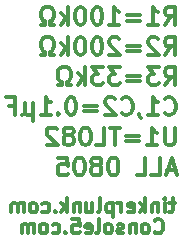
<source format=gbo>
G04 #@! TF.FileFunction,Legend,Bot*
%FSLAX46Y46*%
G04 Gerber Fmt 4.6, Leading zero omitted, Abs format (unit mm)*
G04 Created by KiCad (PCBNEW 4.0.7) date 06/29/18 23:25:55*
%MOMM*%
%LPD*%
G01*
G04 APERTURE LIST*
%ADD10C,0.100000*%
%ADD11C,0.300000*%
G04 APERTURE END LIST*
D10*
D11*
X154891713Y-114728571D02*
X154948856Y-114785714D01*
X155120285Y-114842857D01*
X155234571Y-114842857D01*
X155405999Y-114785714D01*
X155520285Y-114671429D01*
X155577428Y-114557143D01*
X155634571Y-114328571D01*
X155634571Y-114157143D01*
X155577428Y-113928571D01*
X155520285Y-113814286D01*
X155405999Y-113700000D01*
X155234571Y-113642857D01*
X155120285Y-113642857D01*
X154948856Y-113700000D01*
X154891713Y-113757143D01*
X154205999Y-114842857D02*
X154320285Y-114785714D01*
X154377428Y-114728571D01*
X154434571Y-114614286D01*
X154434571Y-114271429D01*
X154377428Y-114157143D01*
X154320285Y-114100000D01*
X154205999Y-114042857D01*
X154034571Y-114042857D01*
X153920285Y-114100000D01*
X153863142Y-114157143D01*
X153805999Y-114271429D01*
X153805999Y-114614286D01*
X153863142Y-114728571D01*
X153920285Y-114785714D01*
X154034571Y-114842857D01*
X154205999Y-114842857D01*
X153291714Y-114042857D02*
X153291714Y-114842857D01*
X153291714Y-114157143D02*
X153234571Y-114100000D01*
X153120285Y-114042857D01*
X152948857Y-114042857D01*
X152834571Y-114100000D01*
X152777428Y-114214286D01*
X152777428Y-114842857D01*
X152263143Y-114785714D02*
X152148857Y-114842857D01*
X151920285Y-114842857D01*
X151806000Y-114785714D01*
X151748857Y-114671429D01*
X151748857Y-114614286D01*
X151806000Y-114500000D01*
X151920285Y-114442857D01*
X152091714Y-114442857D01*
X152206000Y-114385714D01*
X152263143Y-114271429D01*
X152263143Y-114214286D01*
X152206000Y-114100000D01*
X152091714Y-114042857D01*
X151920285Y-114042857D01*
X151806000Y-114100000D01*
X151063142Y-114842857D02*
X151177428Y-114785714D01*
X151234571Y-114728571D01*
X151291714Y-114614286D01*
X151291714Y-114271429D01*
X151234571Y-114157143D01*
X151177428Y-114100000D01*
X151063142Y-114042857D01*
X150891714Y-114042857D01*
X150777428Y-114100000D01*
X150720285Y-114157143D01*
X150663142Y-114271429D01*
X150663142Y-114614286D01*
X150720285Y-114728571D01*
X150777428Y-114785714D01*
X150891714Y-114842857D01*
X151063142Y-114842857D01*
X149977428Y-114842857D02*
X150091714Y-114785714D01*
X150148857Y-114671429D01*
X150148857Y-113642857D01*
X149063143Y-114785714D02*
X149177429Y-114842857D01*
X149406000Y-114842857D01*
X149520286Y-114785714D01*
X149577429Y-114671429D01*
X149577429Y-114214286D01*
X149520286Y-114100000D01*
X149406000Y-114042857D01*
X149177429Y-114042857D01*
X149063143Y-114100000D01*
X149006000Y-114214286D01*
X149006000Y-114328571D01*
X149577429Y-114442857D01*
X147920286Y-113642857D02*
X148491715Y-113642857D01*
X148548858Y-114214286D01*
X148491715Y-114157143D01*
X148377429Y-114100000D01*
X148091715Y-114100000D01*
X147977429Y-114157143D01*
X147920286Y-114214286D01*
X147863143Y-114328571D01*
X147863143Y-114614286D01*
X147920286Y-114728571D01*
X147977429Y-114785714D01*
X148091715Y-114842857D01*
X148377429Y-114842857D01*
X148491715Y-114785714D01*
X148548858Y-114728571D01*
X147348858Y-114728571D02*
X147291715Y-114785714D01*
X147348858Y-114842857D01*
X147406001Y-114785714D01*
X147348858Y-114728571D01*
X147348858Y-114842857D01*
X146263143Y-114785714D02*
X146377429Y-114842857D01*
X146606000Y-114842857D01*
X146720286Y-114785714D01*
X146777429Y-114728571D01*
X146834572Y-114614286D01*
X146834572Y-114271429D01*
X146777429Y-114157143D01*
X146720286Y-114100000D01*
X146606000Y-114042857D01*
X146377429Y-114042857D01*
X146263143Y-114100000D01*
X145577429Y-114842857D02*
X145691715Y-114785714D01*
X145748858Y-114728571D01*
X145806001Y-114614286D01*
X145806001Y-114271429D01*
X145748858Y-114157143D01*
X145691715Y-114100000D01*
X145577429Y-114042857D01*
X145406001Y-114042857D01*
X145291715Y-114100000D01*
X145234572Y-114157143D01*
X145177429Y-114271429D01*
X145177429Y-114614286D01*
X145234572Y-114728571D01*
X145291715Y-114785714D01*
X145406001Y-114842857D01*
X145577429Y-114842857D01*
X144663144Y-114842857D02*
X144663144Y-114042857D01*
X144663144Y-114157143D02*
X144606001Y-114100000D01*
X144491715Y-114042857D01*
X144320287Y-114042857D01*
X144206001Y-114100000D01*
X144148858Y-114214286D01*
X144148858Y-114842857D01*
X144148858Y-114214286D02*
X144091715Y-114100000D01*
X143977429Y-114042857D01*
X143806001Y-114042857D01*
X143691715Y-114100000D01*
X143634572Y-114214286D01*
X143634572Y-114842857D01*
X156605999Y-112264857D02*
X156148856Y-112264857D01*
X156434571Y-111864857D02*
X156434571Y-112893429D01*
X156377428Y-113007714D01*
X156263142Y-113064857D01*
X156148856Y-113064857D01*
X155748857Y-113064857D02*
X155748857Y-112264857D01*
X155748857Y-111864857D02*
X155806000Y-111922000D01*
X155748857Y-111979143D01*
X155691714Y-111922000D01*
X155748857Y-111864857D01*
X155748857Y-111979143D01*
X155177428Y-112264857D02*
X155177428Y-113064857D01*
X155177428Y-112379143D02*
X155120285Y-112322000D01*
X155005999Y-112264857D01*
X154834571Y-112264857D01*
X154720285Y-112322000D01*
X154663142Y-112436286D01*
X154663142Y-113064857D01*
X154091714Y-113064857D02*
X154091714Y-111864857D01*
X153977428Y-112607714D02*
X153634571Y-113064857D01*
X153634571Y-112264857D02*
X154091714Y-112722000D01*
X152663142Y-113007714D02*
X152777428Y-113064857D01*
X153005999Y-113064857D01*
X153120285Y-113007714D01*
X153177428Y-112893429D01*
X153177428Y-112436286D01*
X153120285Y-112322000D01*
X153005999Y-112264857D01*
X152777428Y-112264857D01*
X152663142Y-112322000D01*
X152605999Y-112436286D01*
X152605999Y-112550571D01*
X153177428Y-112664857D01*
X152091714Y-113064857D02*
X152091714Y-112264857D01*
X152091714Y-112493429D02*
X152034571Y-112379143D01*
X151977428Y-112322000D01*
X151863142Y-112264857D01*
X151748857Y-112264857D01*
X151348857Y-112264857D02*
X151348857Y-113464857D01*
X151348857Y-112322000D02*
X151234571Y-112264857D01*
X151006000Y-112264857D01*
X150891714Y-112322000D01*
X150834571Y-112379143D01*
X150777428Y-112493429D01*
X150777428Y-112836286D01*
X150834571Y-112950571D01*
X150891714Y-113007714D01*
X151006000Y-113064857D01*
X151234571Y-113064857D01*
X151348857Y-113007714D01*
X150091714Y-113064857D02*
X150206000Y-113007714D01*
X150263143Y-112893429D01*
X150263143Y-111864857D01*
X149120286Y-112264857D02*
X149120286Y-113064857D01*
X149634572Y-112264857D02*
X149634572Y-112893429D01*
X149577429Y-113007714D01*
X149463143Y-113064857D01*
X149291715Y-113064857D01*
X149177429Y-113007714D01*
X149120286Y-112950571D01*
X148548858Y-112264857D02*
X148548858Y-113064857D01*
X148548858Y-112379143D02*
X148491715Y-112322000D01*
X148377429Y-112264857D01*
X148206001Y-112264857D01*
X148091715Y-112322000D01*
X148034572Y-112436286D01*
X148034572Y-113064857D01*
X147463144Y-113064857D02*
X147463144Y-111864857D01*
X147348858Y-112607714D02*
X147006001Y-113064857D01*
X147006001Y-112264857D02*
X147463144Y-112722000D01*
X146491715Y-112950571D02*
X146434572Y-113007714D01*
X146491715Y-113064857D01*
X146548858Y-113007714D01*
X146491715Y-112950571D01*
X146491715Y-113064857D01*
X145406000Y-113007714D02*
X145520286Y-113064857D01*
X145748857Y-113064857D01*
X145863143Y-113007714D01*
X145920286Y-112950571D01*
X145977429Y-112836286D01*
X145977429Y-112493429D01*
X145920286Y-112379143D01*
X145863143Y-112322000D01*
X145748857Y-112264857D01*
X145520286Y-112264857D01*
X145406000Y-112322000D01*
X144720286Y-113064857D02*
X144834572Y-113007714D01*
X144891715Y-112950571D01*
X144948858Y-112836286D01*
X144948858Y-112493429D01*
X144891715Y-112379143D01*
X144834572Y-112322000D01*
X144720286Y-112264857D01*
X144548858Y-112264857D01*
X144434572Y-112322000D01*
X144377429Y-112379143D01*
X144320286Y-112493429D01*
X144320286Y-112836286D01*
X144377429Y-112950571D01*
X144434572Y-113007714D01*
X144548858Y-113064857D01*
X144720286Y-113064857D01*
X143806001Y-113064857D02*
X143806001Y-112264857D01*
X143806001Y-112379143D02*
X143748858Y-112322000D01*
X143634572Y-112264857D01*
X143463144Y-112264857D01*
X143348858Y-112322000D01*
X143291715Y-112436286D01*
X143291715Y-113064857D01*
X143291715Y-112436286D02*
X143234572Y-112322000D01*
X143120286Y-112264857D01*
X142948858Y-112264857D01*
X142834572Y-112322000D01*
X142777429Y-112436286D01*
X142777429Y-113064857D01*
X155757714Y-97173571D02*
X156257714Y-96459286D01*
X156614857Y-97173571D02*
X156614857Y-95673571D01*
X156043429Y-95673571D01*
X155900571Y-95745000D01*
X155829143Y-95816429D01*
X155757714Y-95959286D01*
X155757714Y-96173571D01*
X155829143Y-96316429D01*
X155900571Y-96387857D01*
X156043429Y-96459286D01*
X156614857Y-96459286D01*
X154329143Y-97173571D02*
X155186286Y-97173571D01*
X154757714Y-97173571D02*
X154757714Y-95673571D01*
X154900571Y-95887857D01*
X155043429Y-96030714D01*
X155186286Y-96102143D01*
X153686286Y-96387857D02*
X152543429Y-96387857D01*
X152543429Y-96816429D02*
X153686286Y-96816429D01*
X151043429Y-97173571D02*
X151900572Y-97173571D01*
X151472000Y-97173571D02*
X151472000Y-95673571D01*
X151614857Y-95887857D01*
X151757715Y-96030714D01*
X151900572Y-96102143D01*
X150114858Y-95673571D02*
X149972001Y-95673571D01*
X149829144Y-95745000D01*
X149757715Y-95816429D01*
X149686286Y-95959286D01*
X149614858Y-96245000D01*
X149614858Y-96602143D01*
X149686286Y-96887857D01*
X149757715Y-97030714D01*
X149829144Y-97102143D01*
X149972001Y-97173571D01*
X150114858Y-97173571D01*
X150257715Y-97102143D01*
X150329144Y-97030714D01*
X150400572Y-96887857D01*
X150472001Y-96602143D01*
X150472001Y-96245000D01*
X150400572Y-95959286D01*
X150329144Y-95816429D01*
X150257715Y-95745000D01*
X150114858Y-95673571D01*
X148686287Y-95673571D02*
X148543430Y-95673571D01*
X148400573Y-95745000D01*
X148329144Y-95816429D01*
X148257715Y-95959286D01*
X148186287Y-96245000D01*
X148186287Y-96602143D01*
X148257715Y-96887857D01*
X148329144Y-97030714D01*
X148400573Y-97102143D01*
X148543430Y-97173571D01*
X148686287Y-97173571D01*
X148829144Y-97102143D01*
X148900573Y-97030714D01*
X148972001Y-96887857D01*
X149043430Y-96602143D01*
X149043430Y-96245000D01*
X148972001Y-95959286D01*
X148900573Y-95816429D01*
X148829144Y-95745000D01*
X148686287Y-95673571D01*
X147543430Y-97173571D02*
X147543430Y-95673571D01*
X147400573Y-96602143D02*
X146972002Y-97173571D01*
X146972002Y-96173571D02*
X147543430Y-96745000D01*
X146400573Y-97173571D02*
X146043430Y-97173571D01*
X146043430Y-96887857D01*
X146186287Y-96816429D01*
X146329144Y-96673571D01*
X146400573Y-96459286D01*
X146400573Y-96102143D01*
X146329144Y-95887857D01*
X146186287Y-95745000D01*
X145972001Y-95673571D01*
X145686287Y-95673571D01*
X145472001Y-95745000D01*
X145329144Y-95887857D01*
X145257716Y-96102143D01*
X145257716Y-96459286D01*
X145329144Y-96673571D01*
X145472001Y-96816429D01*
X145614858Y-96887857D01*
X145614858Y-97173571D01*
X145257716Y-97173571D01*
X155757714Y-99723571D02*
X156257714Y-99009286D01*
X156614857Y-99723571D02*
X156614857Y-98223571D01*
X156043429Y-98223571D01*
X155900571Y-98295000D01*
X155829143Y-98366429D01*
X155757714Y-98509286D01*
X155757714Y-98723571D01*
X155829143Y-98866429D01*
X155900571Y-98937857D01*
X156043429Y-99009286D01*
X156614857Y-99009286D01*
X155186286Y-98366429D02*
X155114857Y-98295000D01*
X154972000Y-98223571D01*
X154614857Y-98223571D01*
X154472000Y-98295000D01*
X154400571Y-98366429D01*
X154329143Y-98509286D01*
X154329143Y-98652143D01*
X154400571Y-98866429D01*
X155257714Y-99723571D01*
X154329143Y-99723571D01*
X153686286Y-98937857D02*
X152543429Y-98937857D01*
X152543429Y-99366429D02*
X153686286Y-99366429D01*
X151900572Y-98366429D02*
X151829143Y-98295000D01*
X151686286Y-98223571D01*
X151329143Y-98223571D01*
X151186286Y-98295000D01*
X151114857Y-98366429D01*
X151043429Y-98509286D01*
X151043429Y-98652143D01*
X151114857Y-98866429D01*
X151972000Y-99723571D01*
X151043429Y-99723571D01*
X150114858Y-98223571D02*
X149972001Y-98223571D01*
X149829144Y-98295000D01*
X149757715Y-98366429D01*
X149686286Y-98509286D01*
X149614858Y-98795000D01*
X149614858Y-99152143D01*
X149686286Y-99437857D01*
X149757715Y-99580714D01*
X149829144Y-99652143D01*
X149972001Y-99723571D01*
X150114858Y-99723571D01*
X150257715Y-99652143D01*
X150329144Y-99580714D01*
X150400572Y-99437857D01*
X150472001Y-99152143D01*
X150472001Y-98795000D01*
X150400572Y-98509286D01*
X150329144Y-98366429D01*
X150257715Y-98295000D01*
X150114858Y-98223571D01*
X148686287Y-98223571D02*
X148543430Y-98223571D01*
X148400573Y-98295000D01*
X148329144Y-98366429D01*
X148257715Y-98509286D01*
X148186287Y-98795000D01*
X148186287Y-99152143D01*
X148257715Y-99437857D01*
X148329144Y-99580714D01*
X148400573Y-99652143D01*
X148543430Y-99723571D01*
X148686287Y-99723571D01*
X148829144Y-99652143D01*
X148900573Y-99580714D01*
X148972001Y-99437857D01*
X149043430Y-99152143D01*
X149043430Y-98795000D01*
X148972001Y-98509286D01*
X148900573Y-98366429D01*
X148829144Y-98295000D01*
X148686287Y-98223571D01*
X147543430Y-99723571D02*
X147543430Y-98223571D01*
X147400573Y-99152143D02*
X146972002Y-99723571D01*
X146972002Y-98723571D02*
X147543430Y-99295000D01*
X146400573Y-99723571D02*
X146043430Y-99723571D01*
X146043430Y-99437857D01*
X146186287Y-99366429D01*
X146329144Y-99223571D01*
X146400573Y-99009286D01*
X146400573Y-98652143D01*
X146329144Y-98437857D01*
X146186287Y-98295000D01*
X145972001Y-98223571D01*
X145686287Y-98223571D01*
X145472001Y-98295000D01*
X145329144Y-98437857D01*
X145257716Y-98652143D01*
X145257716Y-99009286D01*
X145329144Y-99223571D01*
X145472001Y-99366429D01*
X145614858Y-99437857D01*
X145614858Y-99723571D01*
X145257716Y-99723571D01*
X155757714Y-102273571D02*
X156257714Y-101559286D01*
X156614857Y-102273571D02*
X156614857Y-100773571D01*
X156043429Y-100773571D01*
X155900571Y-100845000D01*
X155829143Y-100916429D01*
X155757714Y-101059286D01*
X155757714Y-101273571D01*
X155829143Y-101416429D01*
X155900571Y-101487857D01*
X156043429Y-101559286D01*
X156614857Y-101559286D01*
X155257714Y-100773571D02*
X154329143Y-100773571D01*
X154829143Y-101345000D01*
X154614857Y-101345000D01*
X154472000Y-101416429D01*
X154400571Y-101487857D01*
X154329143Y-101630714D01*
X154329143Y-101987857D01*
X154400571Y-102130714D01*
X154472000Y-102202143D01*
X154614857Y-102273571D01*
X155043429Y-102273571D01*
X155186286Y-102202143D01*
X155257714Y-102130714D01*
X153686286Y-101487857D02*
X152543429Y-101487857D01*
X152543429Y-101916429D02*
X153686286Y-101916429D01*
X151972000Y-100773571D02*
X151043429Y-100773571D01*
X151543429Y-101345000D01*
X151329143Y-101345000D01*
X151186286Y-101416429D01*
X151114857Y-101487857D01*
X151043429Y-101630714D01*
X151043429Y-101987857D01*
X151114857Y-102130714D01*
X151186286Y-102202143D01*
X151329143Y-102273571D01*
X151757715Y-102273571D01*
X151900572Y-102202143D01*
X151972000Y-102130714D01*
X150543429Y-100773571D02*
X149614858Y-100773571D01*
X150114858Y-101345000D01*
X149900572Y-101345000D01*
X149757715Y-101416429D01*
X149686286Y-101487857D01*
X149614858Y-101630714D01*
X149614858Y-101987857D01*
X149686286Y-102130714D01*
X149757715Y-102202143D01*
X149900572Y-102273571D01*
X150329144Y-102273571D01*
X150472001Y-102202143D01*
X150543429Y-102130714D01*
X148972001Y-102273571D02*
X148972001Y-100773571D01*
X148829144Y-101702143D02*
X148400573Y-102273571D01*
X148400573Y-101273571D02*
X148972001Y-101845000D01*
X147829144Y-102273571D02*
X147472001Y-102273571D01*
X147472001Y-101987857D01*
X147614858Y-101916429D01*
X147757715Y-101773571D01*
X147829144Y-101559286D01*
X147829144Y-101202143D01*
X147757715Y-100987857D01*
X147614858Y-100845000D01*
X147400572Y-100773571D01*
X147114858Y-100773571D01*
X146900572Y-100845000D01*
X146757715Y-100987857D01*
X146686287Y-101202143D01*
X146686287Y-101559286D01*
X146757715Y-101773571D01*
X146900572Y-101916429D01*
X147043429Y-101987857D01*
X147043429Y-102273571D01*
X146686287Y-102273571D01*
X155757714Y-104680714D02*
X155829143Y-104752143D01*
X156043429Y-104823571D01*
X156186286Y-104823571D01*
X156400571Y-104752143D01*
X156543429Y-104609286D01*
X156614857Y-104466429D01*
X156686286Y-104180714D01*
X156686286Y-103966429D01*
X156614857Y-103680714D01*
X156543429Y-103537857D01*
X156400571Y-103395000D01*
X156186286Y-103323571D01*
X156043429Y-103323571D01*
X155829143Y-103395000D01*
X155757714Y-103466429D01*
X154329143Y-104823571D02*
X155186286Y-104823571D01*
X154757714Y-104823571D02*
X154757714Y-103323571D01*
X154900571Y-103537857D01*
X155043429Y-103680714D01*
X155186286Y-103752143D01*
X153614858Y-104752143D02*
X153614858Y-104823571D01*
X153686286Y-104966429D01*
X153757715Y-105037857D01*
X152114857Y-104680714D02*
X152186286Y-104752143D01*
X152400572Y-104823571D01*
X152543429Y-104823571D01*
X152757714Y-104752143D01*
X152900572Y-104609286D01*
X152972000Y-104466429D01*
X153043429Y-104180714D01*
X153043429Y-103966429D01*
X152972000Y-103680714D01*
X152900572Y-103537857D01*
X152757714Y-103395000D01*
X152543429Y-103323571D01*
X152400572Y-103323571D01*
X152186286Y-103395000D01*
X152114857Y-103466429D01*
X151543429Y-103466429D02*
X151472000Y-103395000D01*
X151329143Y-103323571D01*
X150972000Y-103323571D01*
X150829143Y-103395000D01*
X150757714Y-103466429D01*
X150686286Y-103609286D01*
X150686286Y-103752143D01*
X150757714Y-103966429D01*
X151614857Y-104823571D01*
X150686286Y-104823571D01*
X150043429Y-104037857D02*
X148900572Y-104037857D01*
X148900572Y-104466429D02*
X150043429Y-104466429D01*
X147900572Y-103323571D02*
X147757715Y-103323571D01*
X147614858Y-103395000D01*
X147543429Y-103466429D01*
X147472000Y-103609286D01*
X147400572Y-103895000D01*
X147400572Y-104252143D01*
X147472000Y-104537857D01*
X147543429Y-104680714D01*
X147614858Y-104752143D01*
X147757715Y-104823571D01*
X147900572Y-104823571D01*
X148043429Y-104752143D01*
X148114858Y-104680714D01*
X148186286Y-104537857D01*
X148257715Y-104252143D01*
X148257715Y-103895000D01*
X148186286Y-103609286D01*
X148114858Y-103466429D01*
X148043429Y-103395000D01*
X147900572Y-103323571D01*
X146757715Y-104680714D02*
X146686287Y-104752143D01*
X146757715Y-104823571D01*
X146829144Y-104752143D01*
X146757715Y-104680714D01*
X146757715Y-104823571D01*
X145257715Y-104823571D02*
X146114858Y-104823571D01*
X145686286Y-104823571D02*
X145686286Y-103323571D01*
X145829143Y-103537857D01*
X145972001Y-103680714D01*
X146114858Y-103752143D01*
X144614858Y-103823571D02*
X144614858Y-105323571D01*
X143900572Y-104609286D02*
X143829144Y-104752143D01*
X143686287Y-104823571D01*
X144614858Y-104609286D02*
X144543430Y-104752143D01*
X144400572Y-104823571D01*
X144114858Y-104823571D01*
X143972001Y-104752143D01*
X143900572Y-104609286D01*
X143900572Y-103823571D01*
X142543429Y-104037857D02*
X143043429Y-104037857D01*
X143043429Y-104823571D02*
X143043429Y-103323571D01*
X142329143Y-103323571D01*
X156614857Y-105873571D02*
X156614857Y-107087857D01*
X156543429Y-107230714D01*
X156472000Y-107302143D01*
X156329143Y-107373571D01*
X156043429Y-107373571D01*
X155900571Y-107302143D01*
X155829143Y-107230714D01*
X155757714Y-107087857D01*
X155757714Y-105873571D01*
X154257714Y-107373571D02*
X155114857Y-107373571D01*
X154686285Y-107373571D02*
X154686285Y-105873571D01*
X154829142Y-106087857D01*
X154972000Y-106230714D01*
X155114857Y-106302143D01*
X153614857Y-106587857D02*
X152472000Y-106587857D01*
X152472000Y-107016429D02*
X153614857Y-107016429D01*
X151972000Y-105873571D02*
X151114857Y-105873571D01*
X151543428Y-107373571D02*
X151543428Y-105873571D01*
X149900571Y-107373571D02*
X150614857Y-107373571D01*
X150614857Y-105873571D01*
X149114857Y-105873571D02*
X148972000Y-105873571D01*
X148829143Y-105945000D01*
X148757714Y-106016429D01*
X148686285Y-106159286D01*
X148614857Y-106445000D01*
X148614857Y-106802143D01*
X148686285Y-107087857D01*
X148757714Y-107230714D01*
X148829143Y-107302143D01*
X148972000Y-107373571D01*
X149114857Y-107373571D01*
X149257714Y-107302143D01*
X149329143Y-107230714D01*
X149400571Y-107087857D01*
X149472000Y-106802143D01*
X149472000Y-106445000D01*
X149400571Y-106159286D01*
X149329143Y-106016429D01*
X149257714Y-105945000D01*
X149114857Y-105873571D01*
X147757714Y-106516429D02*
X147900572Y-106445000D01*
X147972000Y-106373571D01*
X148043429Y-106230714D01*
X148043429Y-106159286D01*
X147972000Y-106016429D01*
X147900572Y-105945000D01*
X147757714Y-105873571D01*
X147472000Y-105873571D01*
X147329143Y-105945000D01*
X147257714Y-106016429D01*
X147186286Y-106159286D01*
X147186286Y-106230714D01*
X147257714Y-106373571D01*
X147329143Y-106445000D01*
X147472000Y-106516429D01*
X147757714Y-106516429D01*
X147900572Y-106587857D01*
X147972000Y-106659286D01*
X148043429Y-106802143D01*
X148043429Y-107087857D01*
X147972000Y-107230714D01*
X147900572Y-107302143D01*
X147757714Y-107373571D01*
X147472000Y-107373571D01*
X147329143Y-107302143D01*
X147257714Y-107230714D01*
X147186286Y-107087857D01*
X147186286Y-106802143D01*
X147257714Y-106659286D01*
X147329143Y-106587857D01*
X147472000Y-106516429D01*
X146614858Y-106016429D02*
X146543429Y-105945000D01*
X146400572Y-105873571D01*
X146043429Y-105873571D01*
X145900572Y-105945000D01*
X145829143Y-106016429D01*
X145757715Y-106159286D01*
X145757715Y-106302143D01*
X145829143Y-106516429D01*
X146686286Y-107373571D01*
X145757715Y-107373571D01*
X156686286Y-109495000D02*
X155972000Y-109495000D01*
X156829143Y-109923571D02*
X156329143Y-108423571D01*
X155829143Y-109923571D01*
X154614857Y-109923571D02*
X155329143Y-109923571D01*
X155329143Y-108423571D01*
X153400571Y-109923571D02*
X154114857Y-109923571D01*
X154114857Y-108423571D01*
X151472000Y-108423571D02*
X151329143Y-108423571D01*
X151186286Y-108495000D01*
X151114857Y-108566429D01*
X151043428Y-108709286D01*
X150972000Y-108995000D01*
X150972000Y-109352143D01*
X151043428Y-109637857D01*
X151114857Y-109780714D01*
X151186286Y-109852143D01*
X151329143Y-109923571D01*
X151472000Y-109923571D01*
X151614857Y-109852143D01*
X151686286Y-109780714D01*
X151757714Y-109637857D01*
X151829143Y-109352143D01*
X151829143Y-108995000D01*
X151757714Y-108709286D01*
X151686286Y-108566429D01*
X151614857Y-108495000D01*
X151472000Y-108423571D01*
X150114857Y-109066429D02*
X150257715Y-108995000D01*
X150329143Y-108923571D01*
X150400572Y-108780714D01*
X150400572Y-108709286D01*
X150329143Y-108566429D01*
X150257715Y-108495000D01*
X150114857Y-108423571D01*
X149829143Y-108423571D01*
X149686286Y-108495000D01*
X149614857Y-108566429D01*
X149543429Y-108709286D01*
X149543429Y-108780714D01*
X149614857Y-108923571D01*
X149686286Y-108995000D01*
X149829143Y-109066429D01*
X150114857Y-109066429D01*
X150257715Y-109137857D01*
X150329143Y-109209286D01*
X150400572Y-109352143D01*
X150400572Y-109637857D01*
X150329143Y-109780714D01*
X150257715Y-109852143D01*
X150114857Y-109923571D01*
X149829143Y-109923571D01*
X149686286Y-109852143D01*
X149614857Y-109780714D01*
X149543429Y-109637857D01*
X149543429Y-109352143D01*
X149614857Y-109209286D01*
X149686286Y-109137857D01*
X149829143Y-109066429D01*
X148614858Y-108423571D02*
X148472001Y-108423571D01*
X148329144Y-108495000D01*
X148257715Y-108566429D01*
X148186286Y-108709286D01*
X148114858Y-108995000D01*
X148114858Y-109352143D01*
X148186286Y-109637857D01*
X148257715Y-109780714D01*
X148329144Y-109852143D01*
X148472001Y-109923571D01*
X148614858Y-109923571D01*
X148757715Y-109852143D01*
X148829144Y-109780714D01*
X148900572Y-109637857D01*
X148972001Y-109352143D01*
X148972001Y-108995000D01*
X148900572Y-108709286D01*
X148829144Y-108566429D01*
X148757715Y-108495000D01*
X148614858Y-108423571D01*
X146757715Y-108423571D02*
X147472001Y-108423571D01*
X147543430Y-109137857D01*
X147472001Y-109066429D01*
X147329144Y-108995000D01*
X146972001Y-108995000D01*
X146829144Y-109066429D01*
X146757715Y-109137857D01*
X146686287Y-109280714D01*
X146686287Y-109637857D01*
X146757715Y-109780714D01*
X146829144Y-109852143D01*
X146972001Y-109923571D01*
X147329144Y-109923571D01*
X147472001Y-109852143D01*
X147543430Y-109780714D01*
M02*

</source>
